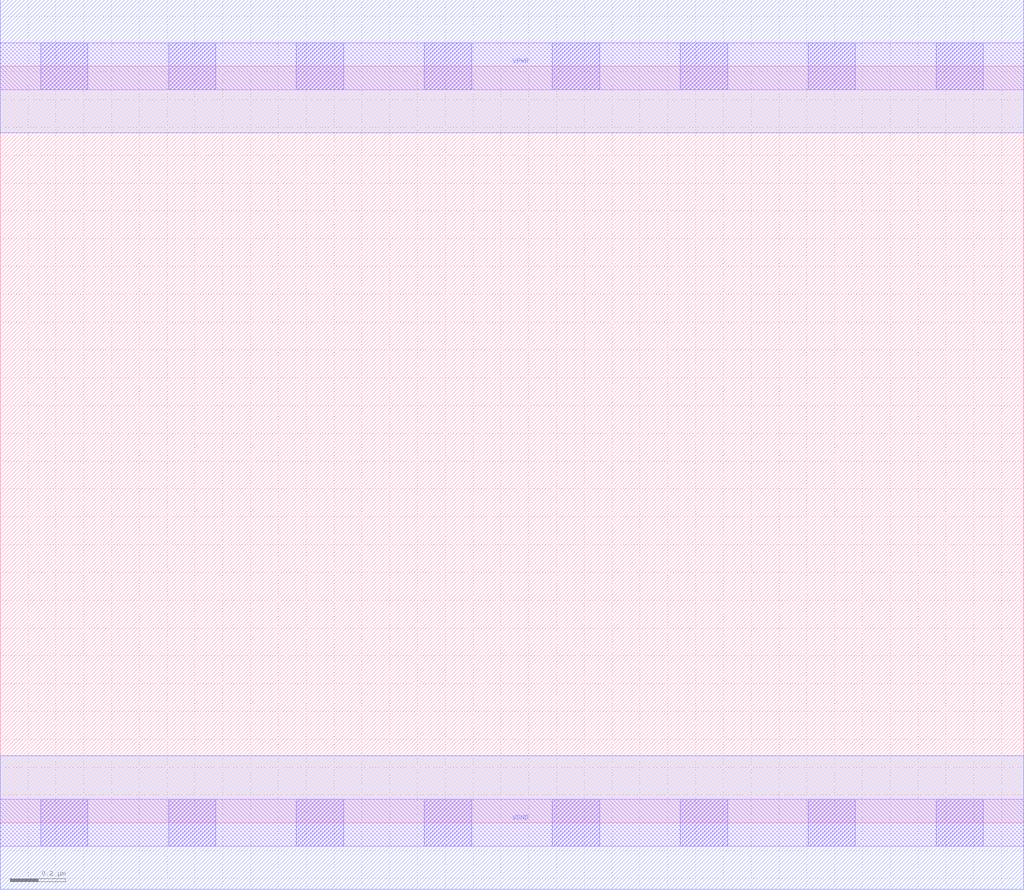
<source format=lef>
# Copyright 2020 The SkyWater PDK Authors
#
# Licensed under the Apache License, Version 2.0 (the "License");
# you may not use this file except in compliance with the License.
# You may obtain a copy of the License at
#
#     https://www.apache.org/licenses/LICENSE-2.0
#
# Unless required by applicable law or agreed to in writing, software
# distributed under the License is distributed on an "AS IS" BASIS,
# WITHOUT WARRANTIES OR CONDITIONS OF ANY KIND, either express or implied.
# See the License for the specific language governing permissions and
# limitations under the License.
#
# SPDX-License-Identifier: Apache-2.0

VERSION 5.7 ;
  NAMESCASESENSITIVE ON ;
  NOWIREEXTENSIONATPIN ON ;
  DIVIDERCHAR "/" ;
  BUSBITCHARS "[]" ;
UNITS
  DATABASE MICRONS 200 ;
END UNITS
PROPERTYDEFINITIONS
  MACRO maskLayoutSubType STRING ;
  MACRO prCellType STRING ;
  MACRO originalViewName STRING ;
END PROPERTYDEFINITIONS
MACRO sky130_fd_sc_hdll__fill_8
  CLASS CORE ;
  FOREIGN sky130_fd_sc_hdll__fill_8 ;
  ORIGIN  0.000000  0.000000 ;
  SIZE  3.680000 BY  2.720000 ;
  SYMMETRY X Y R90 ;
  SITE unithd ;
  PIN VGND
    DIRECTION INOUT ;
    USE GROUND ;
    PORT
      LAYER met1 ;
        RECT 0.000000 -0.240000 3.680000 0.240000 ;
    END
  END VGND
  PIN VPWR
    DIRECTION INOUT ;
    USE POWER ;
    PORT
      LAYER met1 ;
        RECT 0.000000 2.480000 3.680000 2.960000 ;
    END
  END VPWR
  OBS
    LAYER li1 ;
      RECT 0.000000 -0.085000 3.680000 0.085000 ;
      RECT 0.000000  2.635000 3.680000 2.805000 ;
    LAYER mcon ;
      RECT 0.145000 -0.085000 0.315000 0.085000 ;
      RECT 0.145000  2.635000 0.315000 2.805000 ;
      RECT 0.605000 -0.085000 0.775000 0.085000 ;
      RECT 0.605000  2.635000 0.775000 2.805000 ;
      RECT 1.065000 -0.085000 1.235000 0.085000 ;
      RECT 1.065000  2.635000 1.235000 2.805000 ;
      RECT 1.525000 -0.085000 1.695000 0.085000 ;
      RECT 1.525000  2.635000 1.695000 2.805000 ;
      RECT 1.985000 -0.085000 2.155000 0.085000 ;
      RECT 1.985000  2.635000 2.155000 2.805000 ;
      RECT 2.445000 -0.085000 2.615000 0.085000 ;
      RECT 2.445000  2.635000 2.615000 2.805000 ;
      RECT 2.905000 -0.085000 3.075000 0.085000 ;
      RECT 2.905000  2.635000 3.075000 2.805000 ;
      RECT 3.365000 -0.085000 3.535000 0.085000 ;
      RECT 3.365000  2.635000 3.535000 2.805000 ;
  END
  PROPERTY maskLayoutSubType "abstract" ;
  PROPERTY prCellType "standard" ;
  PROPERTY originalViewName "layout" ;
END sky130_fd_sc_hdll__fill_8

</source>
